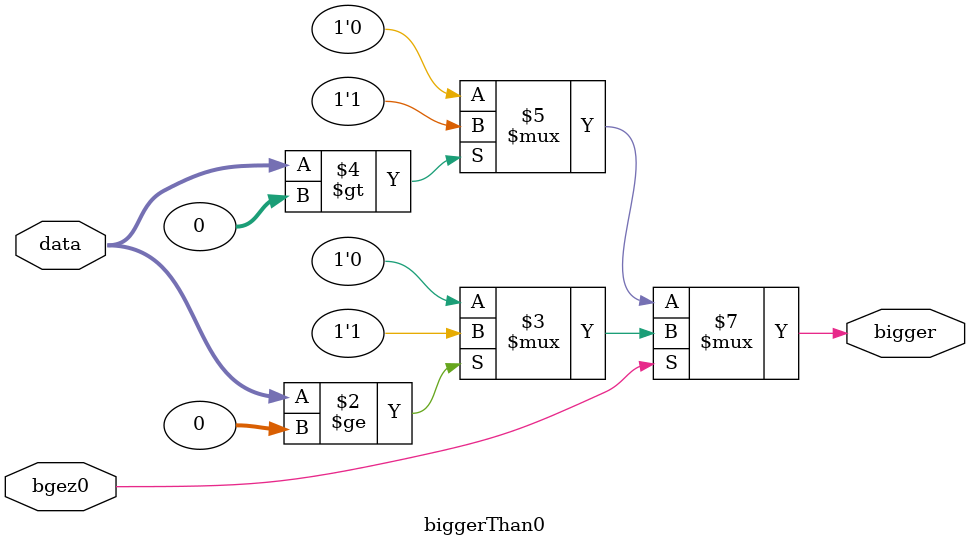
<source format=v>
`timescale 1ns / 1ps
module biggerThan0(
	input signed [31:0] data,
	input bgez0,
	output reg bigger
    );

always @ (*)
begin
	if(bgez0) bigger = (data >= 0 ? 1'b1: 1'b0);
	else bigger = (data > 0 ? 1'b1: 1'b0);
end

endmodule

</source>
